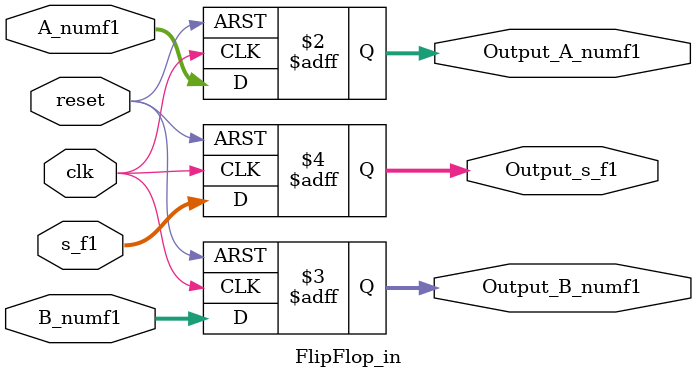
<source format=sv>
module FlipFlop_in
#(parameter N = 2)
(input logic clk,        
                input logic reset,      
                input logic [N-1:0] A_numf1,      
					 input logic [N-1:0] B_numf1,
					 input logic [3:0] s_f1,
                output logic [N-1:0] Output_A_numf1,
					 output logic [N-1:0] Output_B_numf1,
					 output logic [3:0] Output_s_f1);        

    always_ff @(posedge clk or posedge reset) begin
        if (reset) begin
				Output_A_numf1 <= {N{1'b0}};  
            Output_B_numf1 <= {N{1'b0}};  
            Output_s_f1 <= 4'b0000;       
				
				
        end else begin
            Output_A_numf1 <= A_numf1;  // Copia la entrada de datos en la salida en el flanco de subida del reloj
				Output_B_numf1 <= B_numf1;
				Output_s_f1 <= s_f1;
        end
    end
endmodule 
</source>
